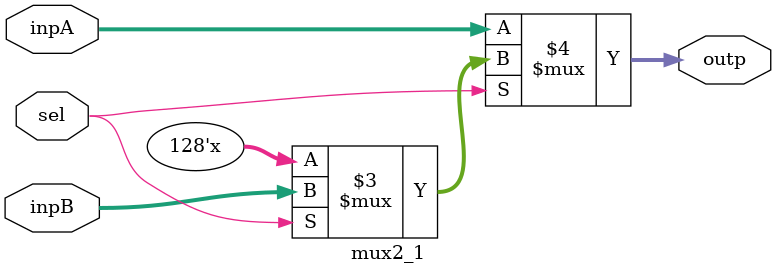
<source format=v>
module mux2_1 #(
    parameter DWIDTH = 128
)
(inpA, inpB, sel, outp);
    input [DWIDTH-1:0] inpA, inpB;
    input sel;
    output [DWIDTH-1:0] outp;

    assign outp = (sel == 1'b0) ? inpA : ((sel == 1'b1) ? inpB : ({DWIDTH{1'bx}}));
endmodule
</source>
